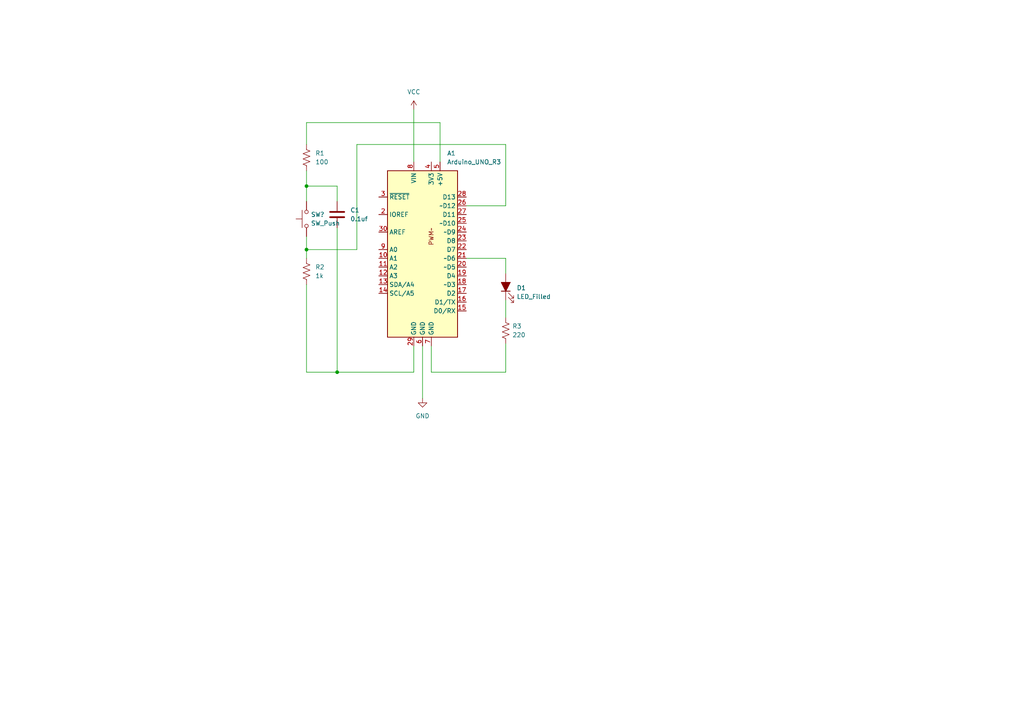
<source format=kicad_sch>
(kicad_sch (version 20211123) (generator eeschema)
  (paper "A4")
  (lib_symbols
    (symbol "Arduino:Arduino_UNO_R3"
      (property "Reference" "A" (at -10.16 23.495 0))
      (property "Value" "Arduino_UNO_R3" (at 5.08 -26.67 0))
      (symbol "Arduino_UNO_R3_0_0"
        (text "PWM~" (at 2.54 3.81 900) (effects (font (size 1.27 1.27))))
      )
      (symbol "Arduino_UNO_R3_0_1"
        (rectangle (start -10.16 22.86) (end 10.16 -25.4) (stroke (width 0.254)) (fill (type background)))
      )
      (symbol "Arduino_UNO_R3_1_1"
        (pin bidirectional line (at -12.7 -2.54 0) (length 2.54) (name "A1") (number "10"))
        (pin bidirectional line (at -12.7 -5.08 0) (length 2.54) (name "A2") (number "11"))
        (pin bidirectional line (at -12.7 -7.62 0) (length 2.54) (name "A3") (number "12"))
        (pin bidirectional line (at -12.7 -10.16 0) (length 2.54) (name "SDA/A4") (number "13"))
        (pin bidirectional line (at -12.7 -12.7 0) (length 2.54) (name "SCL/A5") (number "14"))
        (pin bidirectional line (at 12.7 -17.78 180) (length 2.54) (name "D0/RX") (number "15"))
        (pin bidirectional line (at 12.7 -15.24 180) (length 2.54) (name "D1/TX") (number "16"))
        (pin bidirectional line (at 12.7 -12.7 180) (length 2.54) (name "D2") (number "17"))
        (pin bidirectional line (at 12.7 -10.16 180) (length 2.54) (name "~D3") (number "18"))
        (pin bidirectional line (at 12.7 -7.62 180) (length 2.54) (name "D4") (number "19"))
        (pin output line (at -12.7 10.16 0) (length 2.54) (name "IOREF") (number "2"))
        (pin bidirectional line (at 12.7 -5.08 180) (length 2.54) (name "~D5") (number "20"))
        (pin bidirectional line (at 12.7 -2.54 180) (length 2.54) (name "~D6") (number "21"))
        (pin bidirectional line (at 12.7 0 180) (length 2.54) (name "D7") (number "22"))
        (pin bidirectional line (at 12.7 2.54 180) (length 2.54) (name "D8") (number "23"))
        (pin bidirectional line (at 12.7 5.08 180) (length 2.54) (name "~D9") (number "24"))
        (pin bidirectional line (at 12.7 7.62 180) (length 2.54) (name "~D10") (number "25"))
        (pin bidirectional line (at 12.7 12.7 180) (length 2.54) (name "~D12") (number "26"))
        (pin bidirectional line (at 12.7 10.16 180) (length 2.54) (name "D11") (number "27"))
        (pin bidirectional line (at 12.7 15.24 180) (length 2.54) (name "D13") (number "28"))
        (pin power_in line (at -2.54 -27.94 90) (length 2.54) (name "GND") (number "29"))
        (pin input line (at -12.7 15.24 0) (length 2.54) (name "~{RESET}") (number "3"))
        (pin input line (at -12.7 5.08 0) (length 2.54) (name "AREF") (number "30"))
        (pin power_out line (at 2.54 25.4 270) (length 2.54) (name "3V3") (number "4"))
        (pin power_out line (at 5.08 25.4 270) (length 2.54) (name "+5V") (number "5"))
        (pin power_in line (at 0 -27.94 90) (length 2.54) (name "GND") (number "6"))
        (pin power_in line (at 2.54 -27.94 90) (length 2.54) (name "GND") (number "7"))
        (pin power_in line (at -2.54 25.4 270) (length 2.54) (name "VIN") (number "8"))
        (pin bidirectional line (at -12.7 0 0) (length 2.54) (name "A0") (number "9"))
      )
    )
    (symbol "Device:C" (pin_numbers hide) (pin_names (offset 0.254))
      (property "Reference" "C" (at 0.635 2.54 0))
      (property "Value" "C" (at 0.635 -2.54 0))
      (symbol "C_0_1"
        (polyline (pts (xy -2.032 -0.762) (xy 2.032 -0.762)) (stroke (width 0.508)))
        (polyline (pts (xy -2.032 0.762) (xy 2.032 0.762)) (stroke (width 0.508)))
      )
      (symbol "C_1_1"
        (pin passive line (at 0 3.81 270) (length 2.794) (name "~") (number "1"))
        (pin passive line (at 0 -3.81 90) (length 2.794) (name "~") (number "2"))
      )
    )
    (symbol "Device:LED_Filled" (pin_numbers hide) (pin_names (offset 1.016) hide)
      (property "Reference" "D" (at 0 2.54 0))
      (property "Value" "LED_Filled" (at 0 -2.54 0))
      (symbol "LED_Filled_0_1"
        (polyline (pts (xy -1.27 -1.27) (xy -1.27 1.27)) (stroke (width 0.254)))
        (polyline (pts (xy -1.27 0) (xy 1.27 0)))
        (polyline (pts (xy 1.27 -1.27) (xy 1.27 1.27) (xy -1.27 0) (xy 1.27 -1.27)) (stroke (width 0.254)) (fill (type outline)))
        (polyline (pts (xy -3.048 -0.762) (xy -4.572 -2.286) (xy -3.81 -2.286) (xy -4.572 -2.286) (xy -4.572 -1.524)))
        (polyline (pts (xy -1.778 -0.762) (xy -3.302 -2.286) (xy -2.54 -2.286) (xy -3.302 -2.286) (xy -3.302 -1.524)))
      )
      (symbol "LED_Filled_1_1"
        (pin passive line (at -3.81 0 0) (length 2.54) (name "K") (number "1"))
        (pin passive line (at 3.81 0 180) (length 2.54) (name "A") (number "2"))
      )
    )
    (symbol "Device:R_US" (pin_numbers hide) (pin_names (offset 0))
      (property "Reference" "R" (at 2.54 0 90))
      (property "Value" "R_US" (at -2.54 0 90))
      (symbol "R_US_0_1"
        (polyline (pts (xy 0 -2.286) (xy 0 -2.54)))
        (polyline (pts (xy 0 2.286) (xy 0 2.54)))
        (polyline (pts (xy 0 -0.762) (xy 1.016 -1.143) (xy 0 -1.524) (xy -1.016 -1.905) (xy 0 -2.286)))
        (polyline (pts (xy 0 0.762) (xy 1.016 0.381) (xy 0 0) (xy -1.016 -0.381) (xy 0 -0.762)))
        (polyline (pts (xy 0 2.286) (xy 1.016 1.905) (xy 0 1.524) (xy -1.016 1.143) (xy 0 0.762)))
      )
      (symbol "R_US_1_1"
        (pin passive line (at 0 3.81 270) (length 1.27) (name "~") (number "1"))
        (pin passive line (at 0 -3.81 90) (length 1.27) (name "~") (number "2"))
      )
    )
    (symbol "Switch:SW_Push" (pin_numbers hide) (pin_names (offset 1.016) hide)
      (property "Reference" "SW" (at 1.27 2.54 0))
      (property "Value" "SW_Push" (at 0 -1.524 0))
      (symbol "SW_Push_0_1"
        (circle (center -2.032 0) (radius 0.508))
        (polyline (pts (xy 0 1.27) (xy 0 3.048)))
        (polyline (pts (xy 2.54 1.27) (xy -2.54 1.27)))
        (circle (center 2.032 0) (radius 0.508))
        (pin passive line (at -5.08 0 0) (length 2.54) (name "1") (number "1"))
        (pin passive line (at 5.08 0 180) (length 2.54) (name "2") (number "2"))
      )
    )
    (symbol "power:GND" (power) (pin_names (offset 0))
      (property "Value" "GND" (at 0 -3.81 0))
      (symbol "GND_0_1"
        (polyline (pts (xy 0 0) (xy 0 -1.27) (xy 1.27 -1.27) (xy 0 -2.54) (xy -1.27 -1.27) (xy 0 -1.27)))
      )
      (symbol "GND_1_1"
        (pin power_in line (at 0 0 270) (length 0) hide (name "GND") (number "1"))
      )
    )
    (symbol "power:VCC" (power) (pin_names (offset 0))
      (property "Value" "VCC" (at 0 3.81 0))
      (symbol "VCC_0_1"
        (polyline (pts (xy -0.762 1.27) (xy 0 2.54)))
        (polyline (pts (xy 0 0) (xy 0 2.54)))
        (polyline (pts (xy 0 2.54) (xy 0.762 1.27)))
      )
      (symbol "VCC_1_1"
        (pin power_in line (at 0 0 90) (length 0) hide (name "VCC") (number "1"))
      )
    )
  )
  (junction (at 97.79 107.95))
  (junction (at 88.9 53.975))
  (junction (at 88.9 72.39))
  (wire (pts (xy 97.79 107.95) (xy 120.015 107.95)))
  (wire (pts (xy 88.9 68.58) (xy 88.9 72.39)))
  (wire (pts (xy 146.685 107.95) (xy 146.685 99.695)))
  (wire (pts (xy 146.685 86.995) (xy 146.685 92.075)))
  (wire (pts (xy 88.9 82.55) (xy 88.9 107.95)))
  (wire (pts (xy 135.255 59.69) (xy 146.685 59.69)))
  (wire (pts (xy 146.685 59.69) (xy 146.685 41.91)))
  (wire (pts (xy 120.015 31.75) (xy 120.015 46.99)))
  (wire (pts (xy 97.79 66.04) (xy 97.79 107.95)))
  (wire (pts (xy 88.9 72.39) (xy 88.9 74.93)))
  (wire (pts (xy 103.505 41.91) (xy 103.505 72.39)))
  (wire (pts (xy 97.79 53.975) (xy 88.9 53.975)))
  (wire (pts (xy 120.015 107.95) (xy 120.015 100.33)))
  (wire (pts (xy 127.635 46.99) (xy 127.635 35.56)))
  (wire (pts (xy 88.9 35.56) (xy 88.9 41.91)))
  (wire (pts (xy 122.555 100.33) (xy 122.555 115.57)))
  (wire (pts (xy 125.095 100.33) (xy 125.095 107.95)))
  (wire (pts (xy 146.685 74.93) (xy 146.685 79.375)))
  (wire (pts (xy 125.095 107.95) (xy 146.685 107.95)))
  (wire (pts (xy 146.685 41.91) (xy 103.505 41.91)))
  (wire (pts (xy 127.635 35.56) (xy 88.9 35.56)))
  (wire (pts (xy 97.79 58.42) (xy 97.79 53.975)))
  (wire (pts (xy 88.9 53.975) (xy 88.9 58.42)))
  (wire (pts (xy 103.505 72.39) (xy 88.9 72.39)))
  (wire (pts (xy 88.9 49.53) (xy 88.9 53.975)))
  (wire (pts (xy 135.255 74.93) (xy 146.685 74.93)))
  (wire (pts (xy 88.9 107.95) (xy 97.79 107.95)))
  (symbol (lib_id "Device:C") (at 97.79 62.23 0) (unit 1)
    (property "Reference" "C1" (at 101.6 60.9599 0) (effects (justify left)))
    (property "Value" "0.1uf" (at 101.6 63.4999 0) (effects (justify left)))
  )
  (symbol (lib_id "power:VCC") (at 120.015 31.75 0) (unit 1)
    (property "Reference" "#PWR?" (effects hide))
    (property "Value" "VCC" (at 120.015 26.67 0))
  )
  (symbol (lib_id "power:GND") (at 122.555 115.57 0) (unit 1)
    (property "Reference" "#PWR?" (effects hide))
    (property "Value" "GND" (at 122.555 120.65 0))
  )
  (symbol (lib_id "Switch:SW_Push") (at 88.9 63.5 90) (unit 1)
    (property "Reference" "SW?" (at 90.17 62.2299 90) (effects (justify right)))
    (property "Value" "SW_Push" (at 90.17 64.7699 90) (effects (justify right)))
  )
  (symbol (lib_id "Arduino:Arduino_UNO_R3") (at 122.555 72.39 0) (unit 1)
    (property "Reference" "A1" (at 129.6544 44.45 0) (effects (justify left)))
    (property "Value" "Arduino_UNO_R3" (at 129.6544 46.99 0) (effects (justify left)))
    (property "Footprint" "Module:Arduino_UNO_R3" (effects hide))
    (property "Datasheet" "https://www.arduino.cc/en/Main/arduinoBoardUno" (effects hide))
  )
  (symbol (lib_id "Device:R_US") (at 146.685 95.885 0) (unit 1)
    (property "Reference" "R3" (at 148.59 94.6149 0) (effects (justify left)))
    (property "Value" "220" (at 148.59 97.1549 0) (effects (justify left)))
  )
  (symbol (lib_id "Device:R_US") (at 88.9 78.74 0) (unit 1)
    (property "Reference" "R2" (at 91.44 77.4699 0) (effects (justify left)))
    (property "Value" "1k" (at 91.44 80.0099 0) (effects (justify left)))
  )
  (symbol (lib_id "Device:LED_Filled") (at 146.685 83.185 90) (unit 1)
    (property "Reference" "D1" (at 149.86 83.5024 90) (effects (justify right)))
    (property "Value" "LED_Filled" (at 149.86 86.0424 90) (effects (justify right)))
  )
  (symbol (lib_id "Device:R_US") (at 88.9 45.72 0) (unit 1)
    (property "Reference" "R1" (at 91.44 44.4499 0) (effects (justify left)))
    (property "Value" "100" (at 91.44 46.9899 0) (effects (justify left)))
  )
)
</source>
